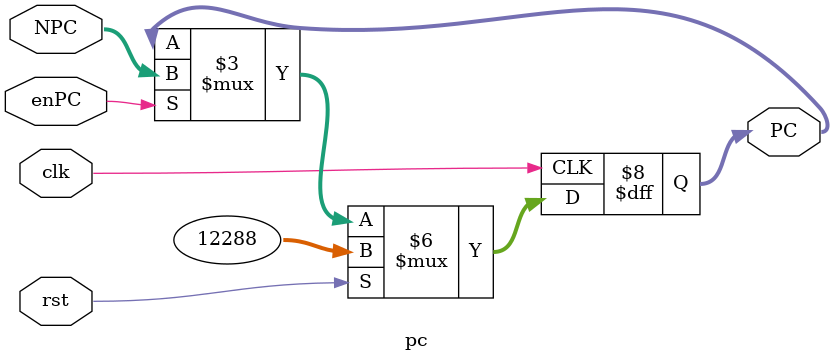
<source format=v>
`timescale 1ns / 1ps
module pc(
           input clk,
           input rst,
           input enPC,
           input [31:0] NPC,
           output reg [31:0] PC
       );

initial begin
    PC = 32'h00003000;
end

always @(posedge clk ) begin
    if (rst) begin
        PC <= 32'h00003000;
    end
    else begin
        if(enPC)
            PC <= NPC;
    end
end

endmodule // pc

</source>
